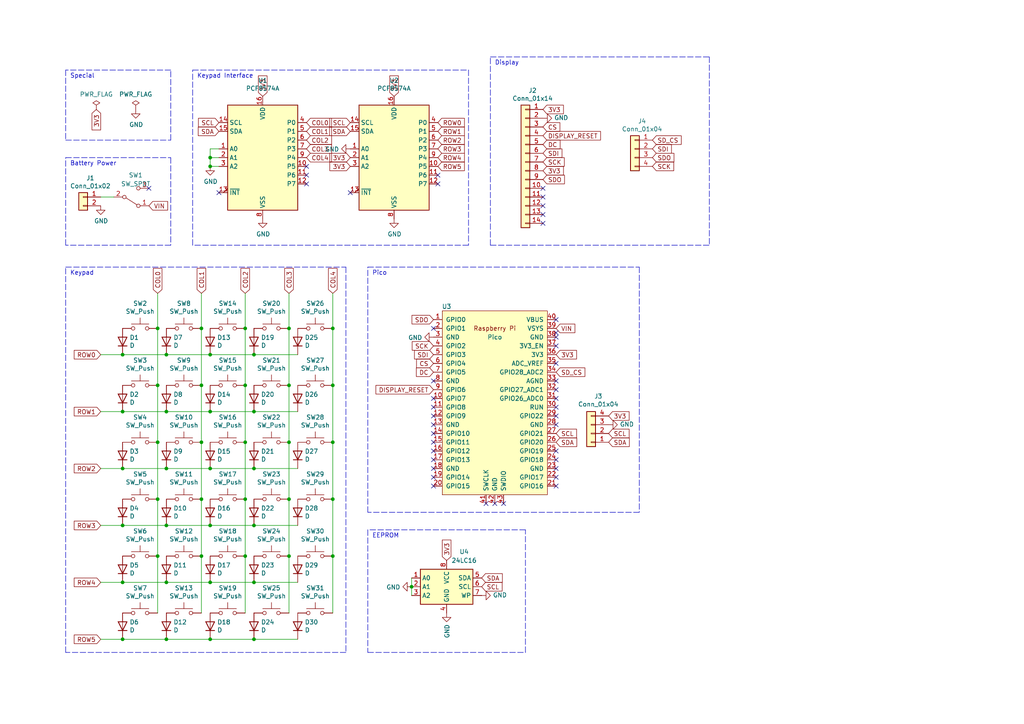
<source format=kicad_sch>
(kicad_sch (version 20210621) (generator eeschema)
  (paper "A4")
  (lib_symbols
    (symbol "Connector_Generic:Conn_01x02" (pin_names (offset 1.016) hide)
      (property "Reference" "J" (at 0 2.54 0))
      (property "Value" "Conn_01x02" (at 0 -5.08 0))
      (symbol "Conn_01x02_1_1"
        (rectangle (start -1.27 -2.413) (end 0 -2.667) (stroke (width 0.1524)))
        (rectangle (start -1.27 0.127) (end 0 -0.127) (stroke (width 0.1524)))
        (rectangle (start -1.27 1.27) (end 1.27 -3.81) (stroke (width 0.254)) (fill (type background)))
        (pin passive line (at -5.08 0 0) (length 3.81) (name "Pin_1") (number "1"))
        (pin passive line (at -5.08 -2.54 0) (length 3.81) (name "Pin_2") (number "2"))
      )
    )
    (symbol "Connector_Generic:Conn_01x04" (pin_names (offset 1.016) hide)
      (property "Reference" "J" (at 0 5.08 0))
      (property "Value" "Conn_01x04" (at 0 -7.62 0))
      (symbol "Conn_01x04_1_1"
        (rectangle (start -1.27 -4.953) (end 0 -5.207) (stroke (width 0.1524)))
        (rectangle (start -1.27 -2.413) (end 0 -2.667) (stroke (width 0.1524)))
        (rectangle (start -1.27 0.127) (end 0 -0.127) (stroke (width 0.1524)))
        (rectangle (start -1.27 2.667) (end 0 2.413) (stroke (width 0.1524)))
        (rectangle (start -1.27 3.81) (end 1.27 -6.35) (stroke (width 0.254)) (fill (type background)))
        (pin passive line (at -5.08 2.54 0) (length 3.81) (name "Pin_1") (number "1"))
        (pin passive line (at -5.08 0 0) (length 3.81) (name "Pin_2") (number "2"))
        (pin passive line (at -5.08 -2.54 0) (length 3.81) (name "Pin_3") (number "3"))
        (pin passive line (at -5.08 -5.08 0) (length 3.81) (name "Pin_4") (number "4"))
      )
    )
    (symbol "Connector_Generic:Conn_01x14" (pin_names (offset 1.016) hide)
      (property "Reference" "J" (at 0 17.78 0))
      (property "Value" "Conn_01x14" (at 0 -20.32 0))
      (symbol "Conn_01x14_1_1"
        (rectangle (start -1.27 -17.653) (end 0 -17.907) (stroke (width 0.1524)))
        (rectangle (start -1.27 -15.113) (end 0 -15.367) (stroke (width 0.1524)))
        (rectangle (start -1.27 -12.573) (end 0 -12.827) (stroke (width 0.1524)))
        (rectangle (start -1.27 -10.033) (end 0 -10.287) (stroke (width 0.1524)))
        (rectangle (start -1.27 -7.493) (end 0 -7.747) (stroke (width 0.1524)))
        (rectangle (start -1.27 -4.953) (end 0 -5.207) (stroke (width 0.1524)))
        (rectangle (start -1.27 -2.413) (end 0 -2.667) (stroke (width 0.1524)))
        (rectangle (start -1.27 0.127) (end 0 -0.127) (stroke (width 0.1524)))
        (rectangle (start -1.27 2.667) (end 0 2.413) (stroke (width 0.1524)))
        (rectangle (start -1.27 5.207) (end 0 4.953) (stroke (width 0.1524)))
        (rectangle (start -1.27 7.747) (end 0 7.493) (stroke (width 0.1524)))
        (rectangle (start -1.27 10.287) (end 0 10.033) (stroke (width 0.1524)))
        (rectangle (start -1.27 12.827) (end 0 12.573) (stroke (width 0.1524)))
        (rectangle (start -1.27 15.367) (end 0 15.113) (stroke (width 0.1524)))
        (rectangle (start -1.27 16.51) (end 1.27 -19.05) (stroke (width 0.254)) (fill (type background)))
        (pin passive line (at -5.08 15.24 0) (length 3.81) (name "Pin_1") (number "1"))
        (pin passive line (at -5.08 -7.62 0) (length 3.81) (name "Pin_10") (number "10"))
        (pin passive line (at -5.08 -10.16 0) (length 3.81) (name "Pin_11") (number "11"))
        (pin passive line (at -5.08 -12.7 0) (length 3.81) (name "Pin_12") (number "12"))
        (pin passive line (at -5.08 -15.24 0) (length 3.81) (name "Pin_13") (number "13"))
        (pin passive line (at -5.08 -17.78 0) (length 3.81) (name "Pin_14") (number "14"))
        (pin passive line (at -5.08 12.7 0) (length 3.81) (name "Pin_2") (number "2"))
        (pin passive line (at -5.08 10.16 0) (length 3.81) (name "Pin_3") (number "3"))
        (pin passive line (at -5.08 7.62 0) (length 3.81) (name "Pin_4") (number "4"))
        (pin passive line (at -5.08 5.08 0) (length 3.81) (name "Pin_5") (number "5"))
        (pin passive line (at -5.08 2.54 0) (length 3.81) (name "Pin_6") (number "6"))
        (pin passive line (at -5.08 0 0) (length 3.81) (name "Pin_7") (number "7"))
        (pin passive line (at -5.08 -2.54 0) (length 3.81) (name "Pin_8") (number "8"))
        (pin passive line (at -5.08 -5.08 0) (length 3.81) (name "Pin_9") (number "9"))
      )
    )
    (symbol "Device:D" (pin_numbers hide) (pin_names (offset 1.016) hide)
      (property "Reference" "D" (at 0 2.54 0))
      (property "Value" "D" (at 0 -2.54 0))
      (symbol "D_0_1"
        (polyline (pts (xy -1.27 1.27) (xy -1.27 -1.27)) (stroke (width 0.254)))
        (polyline (pts (xy 1.27 0) (xy -1.27 0)))
        (polyline (pts (xy 1.27 1.27) (xy 1.27 -1.27) (xy -1.27 0) (xy 1.27 1.27)) (stroke (width 0.254)))
      )
      (symbol "D_1_1"
        (pin passive line (at -3.81 0 0) (length 2.54) (name "K") (number "1"))
        (pin passive line (at 3.81 0 180) (length 2.54) (name "A") (number "2"))
      )
    )
    (symbol "Interface_Expansion:PCF8574A"
      (property "Reference" "U" (at -8.89 16.51 0))
      (property "Value" "PCF8574A" (at 2.54 16.51 0))
      (symbol "PCF8574A_0_1"
        (rectangle (start -10.16 15.24) (end 10.16 -15.24) (stroke (width 0.254)) (fill (type background)))
      )
      (symbol "PCF8574A_1_1"
        (pin input line (at -12.7 2.54 0) (length 2.54) (name "A0") (number "1"))
        (pin bidirectional line (at 12.7 -2.54 180) (length 2.54) (name "P5") (number "10"))
        (pin bidirectional line (at 12.7 -5.08 180) (length 2.54) (name "P6") (number "11"))
        (pin bidirectional line (at 12.7 -7.62 180) (length 2.54) (name "P7") (number "12"))
        (pin open_collector output_low (at -12.7 -10.16 0) (length 2.54) (name "~{INT}") (number "13"))
        (pin input line (at -12.7 10.16 0) (length 2.54) (name "SCL") (number "14"))
        (pin bidirectional line (at -12.7 7.62 0) (length 2.54) (name "SDA") (number "15"))
        (pin power_in line (at 0 17.78 270) (length 2.54) (name "VDD") (number "16"))
        (pin input line (at -12.7 0 0) (length 2.54) (name "A1") (number "2"))
        (pin input line (at -12.7 -2.54 0) (length 2.54) (name "A2") (number "3"))
        (pin bidirectional line (at 12.7 10.16 180) (length 2.54) (name "P0") (number "4"))
        (pin bidirectional line (at 12.7 7.62 180) (length 2.54) (name "P1") (number "5"))
        (pin bidirectional line (at 12.7 5.08 180) (length 2.54) (name "P2") (number "6"))
        (pin bidirectional line (at 12.7 2.54 180) (length 2.54) (name "P3") (number "7"))
        (pin power_in line (at 0 -17.78 90) (length 2.54) (name "VSS") (number "8"))
        (pin bidirectional line (at 12.7 0 180) (length 2.54) (name "P4") (number "9"))
      )
    )
    (symbol "MCU_RaspberryPi_and_Boards:Pico" (pin_names (offset 1.016))
      (property "Reference" "U" (at -13.97 27.94 0))
      (property "Value" "Pico" (at 0 19.05 0))
      (symbol "Pico_0_0"
        (text "Raspberry Pi" (at 0 21.59 0) (effects (font (size 1.27 1.27))))
      )
      (symbol "Pico_0_1"
        (rectangle (start -15.24 26.67) (end 15.24 -26.67) (fill (type background)))
      )
      (symbol "Pico_1_1"
        (pin bidirectional line (at -17.78 24.13 0) (length 2.54) (name "GPIO0") (number "1"))
        (pin bidirectional line (at -17.78 1.27 0) (length 2.54) (name "GPIO7") (number "10"))
        (pin bidirectional line (at -17.78 -1.27 0) (length 2.54) (name "GPIO8") (number "11"))
        (pin bidirectional line (at -17.78 -3.81 0) (length 2.54) (name "GPIO9") (number "12"))
        (pin power_in line (at -17.78 -6.35 0) (length 2.54) (name "GND") (number "13"))
        (pin bidirectional line (at -17.78 -8.89 0) (length 2.54) (name "GPIO10") (number "14"))
        (pin bidirectional line (at -17.78 -11.43 0) (length 2.54) (name "GPIO11") (number "15"))
        (pin bidirectional line (at -17.78 -13.97 0) (length 2.54) (name "GPIO12") (number "16"))
        (pin bidirectional line (at -17.78 -16.51 0) (length 2.54) (name "GPIO13") (number "17"))
        (pin power_in line (at -17.78 -19.05 0) (length 2.54) (name "GND") (number "18"))
        (pin bidirectional line (at -17.78 -21.59 0) (length 2.54) (name "GPIO14") (number "19"))
        (pin bidirectional line (at -17.78 21.59 0) (length 2.54) (name "GPIO1") (number "2"))
        (pin bidirectional line (at -17.78 -24.13 0) (length 2.54) (name "GPIO15") (number "20"))
        (pin bidirectional line (at 17.78 -24.13 180) (length 2.54) (name "GPIO16") (number "21"))
        (pin bidirectional line (at 17.78 -21.59 180) (length 2.54) (name "GPIO17") (number "22"))
        (pin power_in line (at 17.78 -19.05 180) (length 2.54) (name "GND") (number "23"))
        (pin bidirectional line (at 17.78 -16.51 180) (length 2.54) (name "GPIO18") (number "24"))
        (pin bidirectional line (at 17.78 -13.97 180) (length 2.54) (name "GPIO19") (number "25"))
        (pin bidirectional line (at 17.78 -11.43 180) (length 2.54) (name "GPIO20") (number "26"))
        (pin bidirectional line (at 17.78 -8.89 180) (length 2.54) (name "GPIO21") (number "27"))
        (pin power_in line (at 17.78 -6.35 180) (length 2.54) (name "GND") (number "28"))
        (pin bidirectional line (at 17.78 -3.81 180) (length 2.54) (name "GPIO22") (number "29"))
        (pin power_in line (at -17.78 19.05 0) (length 2.54) (name "GND") (number "3"))
        (pin input line (at 17.78 -1.27 180) (length 2.54) (name "RUN") (number "30"))
        (pin bidirectional line (at 17.78 1.27 180) (length 2.54) (name "GPIO26_ADC0") (number "31"))
        (pin bidirectional line (at 17.78 3.81 180) (length 2.54) (name "GPIO27_ADC1") (number "32"))
        (pin power_in line (at 17.78 6.35 180) (length 2.54) (name "AGND") (number "33"))
        (pin bidirectional line (at 17.78 8.89 180) (length 2.54) (name "GPIO28_ADC2") (number "34"))
        (pin unspecified line (at 17.78 11.43 180) (length 2.54) (name "ADC_VREF") (number "35"))
        (pin unspecified line (at 17.78 13.97 180) (length 2.54) (name "3V3") (number "36"))
        (pin input line (at 17.78 16.51 180) (length 2.54) (name "3V3_EN") (number "37"))
        (pin bidirectional line (at 17.78 19.05 180) (length 2.54) (name "GND") (number "38"))
        (pin unspecified line (at 17.78 21.59 180) (length 2.54) (name "VSYS") (number "39"))
        (pin bidirectional line (at -17.78 16.51 0) (length 2.54) (name "GPIO2") (number "4"))
        (pin unspecified line (at 17.78 24.13 180) (length 2.54) (name "VBUS") (number "40"))
        (pin input line (at -2.54 -29.21 90) (length 2.54) (name "SWCLK") (number "41"))
        (pin power_in line (at 0 -29.21 90) (length 2.54) (name "GND") (number "42"))
        (pin bidirectional line (at 2.54 -29.21 90) (length 2.54) (name "SWDIO") (number "43"))
        (pin bidirectional line (at -17.78 13.97 0) (length 2.54) (name "GPIO3") (number "5"))
        (pin bidirectional line (at -17.78 11.43 0) (length 2.54) (name "GPIO4") (number "6"))
        (pin bidirectional line (at -17.78 8.89 0) (length 2.54) (name "GPIO5") (number "7"))
        (pin power_in line (at -17.78 6.35 0) (length 2.54) (name "GND") (number "8"))
        (pin bidirectional line (at -17.78 3.81 0) (length 2.54) (name "GPIO6") (number "9"))
      )
    )
    (symbol "Memory_EEPROM:24LC16"
      (property "Reference" "U" (at -6.35 6.35 0))
      (property "Value" "24LC16" (at 1.27 6.35 0))
      (symbol "24LC16_1_1"
        (rectangle (start -7.62 5.08) (end 7.62 -5.08) (stroke (width 0.254)) (fill (type background)))
        (pin input line (at -10.16 2.54 0) (length 2.54) (name "A0") (number "1"))
        (pin input line (at -10.16 0 0) (length 2.54) (name "A1") (number "2"))
        (pin input line (at -10.16 -2.54 0) (length 2.54) (name "A2") (number "3"))
        (pin power_in line (at 0 -7.62 90) (length 2.54) (name "GND") (number "4"))
        (pin bidirectional line (at 10.16 2.54 180) (length 2.54) (name "SDA") (number "5"))
        (pin input line (at 10.16 0 180) (length 2.54) (name "SCL") (number "6"))
        (pin input line (at 10.16 -2.54 180) (length 2.54) (name "WP") (number "7"))
        (pin power_in line (at 0 7.62 270) (length 2.54) (name "VCC") (number "8"))
      )
    )
    (symbol "Switch:SW_Push" (pin_numbers hide) (pin_names (offset 1.016) hide)
      (property "Reference" "SW" (at 1.27 2.54 0))
      (property "Value" "SW_Push" (at 0 -1.524 0))
      (symbol "SW_Push_0_1"
        (circle (center -2.032 0) (radius 0.508))
        (polyline (pts (xy 0 1.27) (xy 0 3.048)))
        (polyline (pts (xy 2.54 1.27) (xy -2.54 1.27)))
        (circle (center 2.032 0) (radius 0.508))
        (pin passive line (at -5.08 0 0) (length 2.54) (name "1") (number "1"))
        (pin passive line (at 5.08 0 180) (length 2.54) (name "2") (number "2"))
      )
    )
    (symbol "Switch:SW_SPDT" (pin_names (offset 0) hide)
      (property "Reference" "SW" (at 0 4.318 0))
      (property "Value" "SW_SPDT" (at 0 -5.08 0))
      (symbol "SW_SPDT_0_0"
        (circle (center -2.032 0) (radius 0.508))
        (circle (center 2.032 -2.54) (radius 0.508))
      )
      (symbol "SW_SPDT_0_1"
        (polyline (pts (xy -1.524 0.254) (xy 1.651 2.286)))
        (circle (center 2.032 2.54) (radius 0.508))
      )
      (symbol "SW_SPDT_1_1"
        (pin passive line (at 5.08 2.54 180) (length 2.54) (name "A") (number "1"))
        (pin passive line (at -5.08 0 0) (length 2.54) (name "B") (number "2"))
        (pin passive line (at 5.08 -2.54 180) (length 2.54) (name "C") (number "3"))
      )
    )
    (symbol "power:GND" (power) (pin_names (offset 0))
      (property "Value" "GND" (at 0 -3.81 0))
      (symbol "GND_0_1"
        (polyline (pts (xy 0 0) (xy 0 -1.27) (xy 1.27 -1.27) (xy 0 -2.54) (xy -1.27 -1.27) (xy 0 -1.27)))
      )
      (symbol "GND_1_1"
        (pin power_in line (at 0 0 270) (length 0) hide (name "GND") (number "1"))
      )
    )
    (symbol "power:PWR_FLAG" (power) (pin_numbers hide) (pin_names (offset 0) hide)
      (property "Value" "PWR_FLAG" (at 0 3.81 0))
      (symbol "PWR_FLAG_0_0"
        (pin power_out line (at 0 0 90) (length 0) (name "pwr") (number "1"))
      )
      (symbol "PWR_FLAG_0_1"
        (polyline (pts (xy 0 0) (xy 0 1.27) (xy -1.016 1.905) (xy 0 2.54) (xy 1.016 1.905) (xy 0 1.27)))
      )
    )
  )
  (junction (at 35.56 102.87))
  (junction (at 45.72 128.27))
  (junction (at 48.26 168.91))
  (junction (at 73.66 185.42))
  (junction (at 48.26 185.42))
  (junction (at 83.82 111.76))
  (junction (at 45.72 144.78))
  (junction (at 35.56 152.4))
  (junction (at 45.72 111.76))
  (junction (at 35.56 135.89))
  (junction (at 48.26 102.87))
  (junction (at 71.12 95.25))
  (junction (at 45.72 95.25))
  (junction (at 58.42 128.27))
  (junction (at 73.66 152.4))
  (junction (at 60.96 135.89))
  (junction (at 73.66 102.87))
  (junction (at 73.66 168.91))
  (junction (at 58.42 111.76))
  (junction (at 60.96 168.91))
  (junction (at 96.52 95.25))
  (junction (at 58.42 95.25))
  (junction (at 48.26 119.38))
  (junction (at 96.52 144.78))
  (junction (at 45.72 161.29))
  (junction (at 73.66 119.38))
  (junction (at 119.38 170.18))
  (junction (at 83.82 161.29))
  (junction (at 48.26 152.4))
  (junction (at 71.12 128.27))
  (junction (at 96.52 161.29))
  (junction (at 58.42 144.78))
  (junction (at 83.82 95.25))
  (junction (at 60.96 152.4))
  (junction (at 71.12 111.76))
  (junction (at 60.96 185.42))
  (junction (at 58.42 161.29))
  (junction (at 60.96 102.87))
  (junction (at 96.52 111.76))
  (junction (at 96.52 128.27))
  (junction (at 71.12 144.78))
  (junction (at 73.66 135.89))
  (junction (at 71.12 161.29))
  (junction (at 60.96 45.72))
  (junction (at 35.56 185.42))
  (junction (at 60.96 119.38))
  (junction (at 60.96 48.26))
  (junction (at 48.26 135.89))
  (junction (at 83.82 144.78))
  (junction (at 83.82 128.27))
  (junction (at 35.56 168.91))
  (junction (at 35.56 119.38))
  (no_connect (at 161.29 113.03))
  (no_connect (at 161.29 120.65))
  (no_connect (at 125.73 95.25))
  (no_connect (at 157.48 59.69))
  (no_connect (at 88.9 53.34))
  (no_connect (at 161.29 130.81))
  (no_connect (at 125.73 135.89))
  (no_connect (at 161.29 135.89))
  (no_connect (at 88.9 48.26))
  (no_connect (at 161.29 100.33))
  (no_connect (at 125.73 120.65))
  (no_connect (at 157.48 64.77))
  (no_connect (at 125.73 115.57))
  (no_connect (at 88.9 50.8))
  (no_connect (at 157.48 57.15))
  (no_connect (at 140.97 146.05))
  (no_connect (at 63.5 55.88))
  (no_connect (at 161.29 105.41))
  (no_connect (at 143.51 146.05))
  (no_connect (at 101.6 55.88))
  (no_connect (at 125.73 125.73))
  (no_connect (at 125.73 133.35))
  (no_connect (at 127 53.34))
  (no_connect (at 125.73 128.27))
  (no_connect (at 125.73 138.43))
  (no_connect (at 127 50.8))
  (no_connect (at 161.29 140.97))
  (no_connect (at 43.18 54.61))
  (no_connect (at 125.73 110.49))
  (no_connect (at 161.29 110.49))
  (no_connect (at 161.29 115.57))
  (no_connect (at 157.48 62.23))
  (no_connect (at 161.29 138.43))
  (no_connect (at 125.73 118.11))
  (no_connect (at 161.29 92.71))
  (no_connect (at 161.29 123.19))
  (no_connect (at 146.05 146.05))
  (no_connect (at 125.73 140.97))
  (no_connect (at 161.29 96.52))
  (no_connect (at 161.29 133.35))
  (no_connect (at 125.73 130.81))
  (no_connect (at 125.73 123.19))
  (no_connect (at 161.29 118.11))
  (no_connect (at 161.29 97.79))
  (no_connect (at 157.48 54.61))
  (polyline (pts (xy 106.68 77.47) (xy 185.42 77.47)))
  (wire (pts (xy 29.21 168.91) (xy 35.56 168.91)))
  (polyline (pts (xy 142.24 71.12) (xy 142.24 16.51)))
  (polyline (pts (xy 205.74 16.51) (xy 205.74 71.12)))
  (wire (pts (xy 45.72 128.27) (xy 45.72 144.78)))
  (polyline (pts (xy 49.53 45.72) (xy 49.53 71.12)))
  (wire (pts (xy 73.66 168.91) (xy 86.36 168.91)))
  (wire (pts (xy 58.42 95.25) (xy 58.42 111.76)))
  (polyline (pts (xy 19.05 40.64) (xy 49.53 40.64)))
  (polyline (pts (xy 142.24 71.12) (xy 205.74 71.12)))
  (polyline (pts (xy 100.33 77.47) (xy 100.33 189.23)))
  (wire (pts (xy 60.96 152.4) (xy 73.66 152.4)))
  (wire (pts (xy 29.21 102.87) (xy 35.56 102.87)))
  (polyline (pts (xy 185.42 77.47) (xy 185.42 148.59)))
  (polyline (pts (xy 142.24 16.51) (xy 205.74 16.51)))
  (wire (pts (xy 73.66 135.89) (xy 86.36 135.89)))
  (wire (pts (xy 83.82 95.25) (xy 83.82 85.09)))
  (wire (pts (xy 48.26 168.91) (xy 60.96 168.91)))
  (wire (pts (xy 96.52 161.29) (xy 96.52 177.8)))
  (wire (pts (xy 58.42 161.29) (xy 58.42 177.8)))
  (wire (pts (xy 29.21 119.38) (xy 35.56 119.38)))
  (polyline (pts (xy 135.89 71.12) (xy 55.88 71.12)))
  (wire (pts (xy 83.82 177.8) (xy 83.82 161.29)))
  (wire (pts (xy 45.72 144.78) (xy 45.72 161.29)))
  (polyline (pts (xy 100.33 189.23) (xy 19.05 189.23)))
  (wire (pts (xy 96.52 144.78) (xy 96.52 161.29)))
  (polyline (pts (xy 106.68 148.59) (xy 106.68 77.47)))
  (polyline (pts (xy 19.05 45.72) (xy 49.53 45.72)))
  (wire (pts (xy 71.12 161.29) (xy 71.12 177.8)))
  (wire (pts (xy 48.26 119.38) (xy 60.96 119.38)))
  (polyline (pts (xy 19.05 77.47) (xy 100.33 77.47)))
  (wire (pts (xy 60.96 102.87) (xy 73.66 102.87)))
  (wire (pts (xy 73.66 152.4) (xy 86.36 152.4)))
  (wire (pts (xy 71.12 144.78) (xy 71.12 161.29)))
  (wire (pts (xy 60.96 43.18) (xy 60.96 45.72)))
  (wire (pts (xy 63.5 43.18) (xy 60.96 43.18)))
  (polyline (pts (xy 19.05 189.23) (xy 19.05 77.47)))
  (wire (pts (xy 71.12 95.25) (xy 71.12 111.76)))
  (wire (pts (xy 29.21 135.89) (xy 35.56 135.89)))
  (wire (pts (xy 119.38 167.64) (xy 119.38 170.18)))
  (polyline (pts (xy 55.88 20.32) (xy 135.89 20.32)))
  (polyline (pts (xy 106.68 189.23) (xy 152.4 189.23)))
  (wire (pts (xy 83.82 111.76) (xy 83.82 95.25)))
  (wire (pts (xy 45.72 111.76) (xy 45.72 128.27)))
  (wire (pts (xy 48.26 135.89) (xy 60.96 135.89)))
  (wire (pts (xy 48.26 185.42) (xy 60.96 185.42)))
  (wire (pts (xy 35.56 185.42) (xy 48.26 185.42)))
  (wire (pts (xy 71.12 111.76) (xy 71.12 128.27)))
  (wire (pts (xy 63.5 48.26) (xy 60.96 48.26)))
  (wire (pts (xy 35.56 152.4) (xy 48.26 152.4)))
  (wire (pts (xy 35.56 168.91) (xy 48.26 168.91)))
  (polyline (pts (xy 55.88 71.12) (xy 55.88 20.32)))
  (wire (pts (xy 60.96 135.89) (xy 73.66 135.89)))
  (wire (pts (xy 119.38 170.18) (xy 119.38 172.72)))
  (polyline (pts (xy 185.42 148.59) (xy 106.68 148.59)))
  (wire (pts (xy 45.72 95.25) (xy 45.72 111.76)))
  (wire (pts (xy 58.42 111.76) (xy 58.42 128.27)))
  (wire (pts (xy 35.56 119.38) (xy 48.26 119.38)))
  (wire (pts (xy 45.72 161.29) (xy 45.72 177.8)))
  (wire (pts (xy 48.26 152.4) (xy 60.96 152.4)))
  (wire (pts (xy 58.42 144.78) (xy 58.42 161.29)))
  (wire (pts (xy 48.26 102.87) (xy 60.96 102.87)))
  (wire (pts (xy 96.52 85.09) (xy 96.52 95.25)))
  (wire (pts (xy 71.12 85.09) (xy 71.12 95.25)))
  (wire (pts (xy 60.96 119.38) (xy 73.66 119.38)))
  (polyline (pts (xy 106.68 153.67) (xy 106.68 189.23)))
  (wire (pts (xy 73.66 102.87) (xy 86.36 102.87)))
  (wire (pts (xy 29.21 57.15) (xy 33.02 57.15)))
  (polyline (pts (xy 135.89 20.32) (xy 135.89 71.12)))
  (wire (pts (xy 96.52 111.76) (xy 96.52 128.27)))
  (wire (pts (xy 60.96 168.91) (xy 73.66 168.91)))
  (wire (pts (xy 63.5 45.72) (xy 60.96 45.72)))
  (polyline (pts (xy 49.53 71.12) (xy 19.05 71.12)))
  (wire (pts (xy 35.56 135.89) (xy 48.26 135.89)))
  (wire (pts (xy 83.82 144.78) (xy 83.82 128.27)))
  (wire (pts (xy 35.56 102.87) (xy 48.26 102.87)))
  (polyline (pts (xy 19.05 20.32) (xy 19.05 40.64)))
  (wire (pts (xy 60.96 45.72) (xy 60.96 48.26)))
  (polyline (pts (xy 152.4 189.23) (xy 152.4 153.67)))
  (polyline (pts (xy 19.05 71.12) (xy 19.05 45.72)))
  (polyline (pts (xy 49.53 40.64) (xy 49.53 20.32)))
  (wire (pts (xy 58.42 85.09) (xy 58.42 95.25)))
  (polyline (pts (xy 152.4 153.67) (xy 106.68 153.67)))
  (wire (pts (xy 83.82 128.27) (xy 83.82 111.76)))
  (wire (pts (xy 58.42 128.27) (xy 58.42 144.78)))
  (wire (pts (xy 73.66 185.42) (xy 86.36 185.42)))
  (wire (pts (xy 45.72 85.09) (xy 45.72 95.25)))
  (wire (pts (xy 60.96 185.42) (xy 73.66 185.42)))
  (wire (pts (xy 73.66 119.38) (xy 86.36 119.38)))
  (polyline (pts (xy 49.53 20.32) (xy 19.05 20.32)))
  (wire (pts (xy 96.52 95.25) (xy 96.52 111.76)))
  (wire (pts (xy 96.52 128.27) (xy 96.52 144.78)))
  (wire (pts (xy 83.82 161.29) (xy 83.82 144.78)))
  (wire (pts (xy 29.21 185.42) (xy 35.56 185.42)))
  (wire (pts (xy 29.21 152.4) (xy 35.56 152.4)))
  (wire (pts (xy 71.12 128.27) (xy 71.12 144.78)))
  (text "Display" (at 143.51 19.05 0) (effects (font (size 1.27 1.27)) (justify left bottom)))
  (text "Keypad Interface" (at 57.15 22.86 0) (effects (font (size 1.27 1.27)) (justify left bottom)))
  (text "Pico" (at 107.95 80.01 0) (effects (font (size 1.27 1.27)) (justify left bottom)))
  (text "Battery Power" (at 20.32 48.26 0) (effects (font (size 1.27 1.27)) (justify left bottom)))
  (text "Special" (at 20.32 22.86 0) (effects (font (size 1.27 1.27)) (justify left bottom)))
  (text "EEPROM\n" (at 107.95 156.21 0) (effects (font (size 1.27 1.27)) (justify left bottom)))
  (text "Keypad" (at 20.32 80.01 0) (effects (font (size 1.27 1.27)) (justify left bottom)))
  (global_label "SCK" (shape input) (at 157.48 46.99 0) (property "Intersheet References" "${INTERSHEET_REFS}" (effects hide)))
  (global_label "ROW5" (shape input) (at 127 48.26 0) (property "Intersheet References" "${INTERSHEET_REFS}" (effects hide)))
  (global_label "ROW4" (shape input) (at 29.21 168.91 180) (property "Intersheet References" "${INTERSHEET_REFS}" (effects hide)))
  (global_label "SD_CS" (shape input) (at 161.29 107.95 0) (property "Intersheet References" "${INTERSHEET_REFS}" (effects hide)))
  (global_label "3V3" (shape input) (at 157.48 31.75 0) (property "Intersheet References" "${INTERSHEET_REFS}" (effects hide)))
  (global_label "SCL" (shape input) (at 101.6 35.56 180) (property "Intersheet References" "${INTERSHEET_REFS}" (effects hide)))
  (global_label "3V3" (shape input) (at 157.48 49.53 0) (property "Intersheet References" "${INTERSHEET_REFS}" (effects hide)))
  (global_label "CS" (shape input) (at 125.73 105.41 180) (property "Intersheet References" "${INTERSHEET_REFS}" (effects hide)))
  (global_label "SDO" (shape input) (at 125.73 92.71 180) (property "Intersheet References" "${INTERSHEET_REFS}" (effects hide)))
  (global_label "ROW5" (shape input) (at 29.21 185.42 180) (property "Intersheet References" "${INTERSHEET_REFS}" (effects hide)))
  (global_label "3V3" (shape input) (at 101.6 45.72 180) (property "Intersheet References" "${INTERSHEET_REFS}" (effects hide)))
  (global_label "COL3" (shape input) (at 88.9 43.18 0) (property "Intersheet References" "${INTERSHEET_REFS}" (effects hide)))
  (global_label "COL2" (shape input) (at 71.12 85.09 90) (property "Intersheet References" "${INTERSHEET_REFS}" (effects hide)))
  (global_label "SCL" (shape input) (at 161.29 125.73 0) (property "Intersheet References" "${INTERSHEET_REFS}" (effects hide)))
  (global_label "SDI" (shape input) (at 189.23 43.18 0) (property "Intersheet References" "${INTERSHEET_REFS}" (effects hide)))
  (global_label "VIN" (shape input) (at 43.18 59.69 0) (property "Intersheet References" "${INTERSHEET_REFS}" (effects hide)))
  (global_label "3V3" (shape input) (at 27.94 31.75 270) (property "Intersheet References" "${INTERSHEET_REFS}" (effects hide)))
  (global_label "3V3" (shape input) (at 161.29 102.87 0) (property "Intersheet References" "${INTERSHEET_REFS}" (effects hide)))
  (global_label "SDA" (shape input) (at 139.7 167.64 0) (property "Intersheet References" "${INTERSHEET_REFS}" (effects hide)))
  (global_label "SDA" (shape input) (at 161.29 128.27 0) (property "Intersheet References" "${INTERSHEET_REFS}" (effects hide)))
  (global_label "ROW3" (shape input) (at 29.21 152.4 180) (property "Intersheet References" "${INTERSHEET_REFS}" (effects hide)))
  (global_label "VIN" (shape input) (at 161.29 95.25 0) (property "Intersheet References" "${INTERSHEET_REFS}" (effects hide)))
  (global_label "SDO" (shape input) (at 189.23 45.72 0) (property "Intersheet References" "${INTERSHEET_REFS}" (effects hide)))
  (global_label "COL2" (shape input) (at 88.9 40.64 0) (property "Intersheet References" "${INTERSHEET_REFS}" (effects hide)))
  (global_label "SDO" (shape input) (at 157.48 52.07 0) (property "Intersheet References" "${INTERSHEET_REFS}" (effects hide)))
  (global_label "DISPLAY_RESET" (shape input) (at 125.73 113.03 180) (property "Intersheet References" "${INTERSHEET_REFS}" (effects hide)))
  (global_label "SDI" (shape input) (at 157.48 44.45 0) (property "Intersheet References" "${INTERSHEET_REFS}" (effects hide)))
  (global_label "ROW0" (shape input) (at 29.21 102.87 180) (property "Intersheet References" "${INTERSHEET_REFS}" (effects hide)))
  (global_label "CS" (shape input) (at 157.48 36.83 0) (property "Intersheet References" "${INTERSHEET_REFS}" (effects hide)))
  (global_label "COL1" (shape input) (at 88.9 38.1 0) (property "Intersheet References" "${INTERSHEET_REFS}" (effects hide)))
  (global_label "COL3" (shape input) (at 83.82 85.09 90) (property "Intersheet References" "${INTERSHEET_REFS}" (effects hide)))
  (global_label "COL1" (shape input) (at 58.42 85.09 90) (property "Intersheet References" "${INTERSHEET_REFS}" (effects hide)))
  (global_label "3V3" (shape input) (at 129.54 162.56 90) (property "Intersheet References" "${INTERSHEET_REFS}" (effects hide)))
  (global_label "SDI" (shape input) (at 125.73 102.87 180) (property "Intersheet References" "${INTERSHEET_REFS}" (effects hide)))
  (global_label "SCK" (shape input) (at 189.23 48.26 0) (property "Intersheet References" "${INTERSHEET_REFS}" (effects hide)))
  (global_label "SCL" (shape input) (at 176.53 125.73 0) (property "Intersheet References" "${INTERSHEET_REFS}" (effects hide)))
  (global_label "DC" (shape input) (at 125.73 107.95 180) (property "Intersheet References" "${INTERSHEET_REFS}" (effects hide)))
  (global_label "COL0" (shape input) (at 45.72 85.09 90) (property "Intersheet References" "${INTERSHEET_REFS}" (effects hide)))
  (global_label "3V3" (shape input) (at 114.3 27.94 90) (property "Intersheet References" "${INTERSHEET_REFS}" (effects hide)))
  (global_label "ROW1" (shape input) (at 127 38.1 0) (property "Intersheet References" "${INTERSHEET_REFS}" (effects hide)))
  (global_label "DC" (shape input) (at 157.48 41.91 0) (property "Intersheet References" "${INTERSHEET_REFS}" (effects hide)))
  (global_label "3V3" (shape input) (at 101.6 48.26 180) (property "Intersheet References" "${INTERSHEET_REFS}" (effects hide)))
  (global_label "ROW3" (shape input) (at 127 43.18 0) (property "Intersheet References" "${INTERSHEET_REFS}" (effects hide)))
  (global_label "ROW4" (shape input) (at 127 45.72 0) (property "Intersheet References" "${INTERSHEET_REFS}" (effects hide)))
  (global_label "SDA" (shape input) (at 176.53 128.27 0) (property "Intersheet References" "${INTERSHEET_REFS}" (effects hide)))
  (global_label "COL4" (shape input) (at 88.9 45.72 0) (property "Intersheet References" "${INTERSHEET_REFS}" (effects hide)))
  (global_label "SCL" (shape input) (at 139.7 170.18 0) (property "Intersheet References" "${INTERSHEET_REFS}" (effects hide)))
  (global_label "COL4" (shape input) (at 96.52 85.09 90) (property "Intersheet References" "${INTERSHEET_REFS}" (effects hide)))
  (global_label "SDA" (shape input) (at 101.6 38.1 180) (property "Intersheet References" "${INTERSHEET_REFS}" (effects hide)))
  (global_label "SD_CS" (shape input) (at 189.23 40.64 0) (property "Intersheet References" "${INTERSHEET_REFS}" (effects hide)))
  (global_label "ROW2" (shape input) (at 127 40.64 0) (property "Intersheet References" "${INTERSHEET_REFS}" (effects hide)))
  (global_label "COL0" (shape input) (at 88.9 35.56 0) (property "Intersheet References" "${INTERSHEET_REFS}" (effects hide)))
  (global_label "3V3" (shape input) (at 176.53 120.65 0) (property "Intersheet References" "${INTERSHEET_REFS}" (effects hide)))
  (global_label "3V3" (shape input) (at 76.2 27.94 90) (property "Intersheet References" "${INTERSHEET_REFS}" (effects hide)))
  (global_label "SCK" (shape input) (at 125.73 100.33 180) (property "Intersheet References" "${INTERSHEET_REFS}" (effects hide)))
  (global_label "SDA" (shape input) (at 63.5 38.1 180) (property "Intersheet References" "${INTERSHEET_REFS}" (effects hide)))
  (global_label "SCL" (shape input) (at 63.5 35.56 180) (property "Intersheet References" "${INTERSHEET_REFS}" (effects hide)))
  (global_label "DISPLAY_RESET" (shape input) (at 157.48 39.37 0) (property "Intersheet References" "${INTERSHEET_REFS}" (effects hide)))
  (global_label "ROW2" (shape input) (at 29.21 135.89 180) (property "Intersheet References" "${INTERSHEET_REFS}" (effects hide)))
  (global_label "ROW1" (shape input) (at 29.21 119.38 180) (property "Intersheet References" "${INTERSHEET_REFS}" (effects hide)))
  (global_label "ROW0" (shape input) (at 127 35.56 0) (property "Intersheet References" "${INTERSHEET_REFS}" (effects hide)))
  (symbol (lib_id "MCU_RaspberryPi_and_Boards:Pico") (at 143.51 116.84 0) (unit 1)
    (property "Reference" "U3" (at 129.54 88.9 0))
    (property "Value" "Pico" (at 143.51 97.79 0))
    (property "Footprint" "RPi_Pico:RPi_Pico_SMD_TH" (effects hide))
  )
  (symbol (lib_id "power:GND") (at 125.73 97.79 270) (unit 1)
    (property "Reference" "#PWR0104" (effects hide))
    (property "Value" "GND" (at 122.4788 97.917 90) (effects (justify right)))
  )
  (symbol (lib_id "Connector_Generic:Conn_01x02") (at 24.13 57.15 0) (mirror y) (unit 1)
    (property "Reference" "J1" (at 26.2128 51.6382 0))
    (property "Value" "Conn_01x02" (at 26.2128 53.9496 0))
    (property "Footprint" "Connector_JST:JST_PH_S2B-PH-K_1x02_P2.00mm_Horizontal" (effects hide))
  )
  (symbol (lib_id "Switch:SW_SPDT") (at 38.1 57.15 0) (mirror x) (unit 1)
    (property "Reference" "SW1" (at 39.37 50.8 0))
    (property "Value" "SW_SPDT" (at 39.37 53.34 0))
    (property "Footprint" "Button_Switch_SMD:SW_SPDT_CK-JS102011SAQN" (effects hide))
  )
  (symbol (lib_id "power:GND") (at 29.21 59.69 0) (unit 1)
    (property "Reference" "#PWR0114" (effects hide))
    (property "Value" "GND" (at 29.337 64.0842 0))
  )
  (symbol (lib_id "Switch:SW_Push") (at 40.64 95.25 0) (unit 1)
    (property "Reference" "SW2" (at 40.64 88.011 0))
    (property "Value" "SW_Push" (at 40.64 90.3224 0))
    (property "Footprint" "PTS636SL43LFS:PTS636SL43LFS" (effects hide))
  )
  (symbol (lib_id "Device:D") (at 35.56 99.06 90) (unit 1)
    (property "Reference" "D1" (at 37.592 97.8916 90) (effects (justify right)))
    (property "Value" "D" (at 37.592 100.203 90) (effects (justify right)))
    (property "Footprint" "Diode_SMD:D_SOD-123" (effects hide))
  )
  (symbol (lib_id "Switch:SW_Push") (at 53.34 95.25 0) (unit 1)
    (property "Reference" "SW8" (at 53.34 88.011 0))
    (property "Value" "SW_Push" (at 53.34 90.3224 0))
    (property "Footprint" "PTS636SL43LFS:PTS636SL43LFS" (effects hide))
  )
  (symbol (lib_id "Device:D") (at 48.26 99.06 90) (unit 1)
    (property "Reference" "D7" (at 50.292 97.8916 90) (effects (justify right)))
    (property "Value" "D" (at 50.292 100.203 90) (effects (justify right)))
    (property "Footprint" "Diode_SMD:D_SOD-123" (effects hide))
  )
  (symbol (lib_id "Switch:SW_Push") (at 66.04 95.25 0) (unit 1)
    (property "Reference" "SW14" (at 66.04 88.011 0))
    (property "Value" "SW_Push" (at 66.04 90.3224 0))
    (property "Footprint" "PTS636SL43LFS:PTS636SL43LFS" (effects hide))
  )
  (symbol (lib_id "Device:D") (at 60.96 99.06 90) (unit 1)
    (property "Reference" "D13" (at 62.992 97.8916 90) (effects (justify right)))
    (property "Value" "D" (at 62.992 100.203 90) (effects (justify right)))
    (property "Footprint" "Diode_SMD:D_SOD-123" (effects hide))
  )
  (symbol (lib_id "Switch:SW_Push") (at 78.74 95.25 0) (unit 1)
    (property "Reference" "SW20" (at 78.74 88.011 0))
    (property "Value" "SW_Push" (at 78.74 90.3224 0))
    (property "Footprint" "PTS636SL43LFS:PTS636SL43LFS" (effects hide))
  )
  (symbol (lib_id "Device:D") (at 73.66 99.06 90) (unit 1)
    (property "Reference" "D19" (at 75.692 97.8916 90) (effects (justify right)))
    (property "Value" "D" (at 75.692 100.203 90) (effects (justify right)))
    (property "Footprint" "Diode_SMD:D_SOD-123" (effects hide))
  )
  (symbol (lib_id "Switch:SW_Push") (at 91.44 95.25 0) (unit 1)
    (property "Reference" "SW26" (at 91.44 88.011 0))
    (property "Value" "SW_Push" (at 91.44 90.3224 0))
    (property "Footprint" "PTS636SL43LFS:PTS636SL43LFS" (effects hide))
  )
  (symbol (lib_id "Device:D") (at 86.36 99.06 90) (unit 1)
    (property "Reference" "D25" (at 88.392 97.8916 90) (effects (justify right)))
    (property "Value" "D" (at 88.392 100.203 90) (effects (justify right)))
    (property "Footprint" "Diode_SMD:D_SOD-123" (effects hide))
  )
  (symbol (lib_id "Switch:SW_Push") (at 40.64 111.76 0) (unit 1)
    (property "Reference" "SW3" (at 40.64 104.521 0))
    (property "Value" "SW_Push" (at 40.64 106.8324 0))
    (property "Footprint" "PTS636SL43LFS:PTS636SL43LFS" (effects hide))
  )
  (symbol (lib_id "Device:D") (at 35.56 115.57 90) (unit 1)
    (property "Reference" "D2" (at 37.592 114.4016 90) (effects (justify right)))
    (property "Value" "D" (at 37.592 116.713 90) (effects (justify right)))
    (property "Footprint" "Diode_SMD:D_SOD-123" (effects hide))
  )
  (symbol (lib_id "Switch:SW_Push") (at 53.34 111.76 0) (unit 1)
    (property "Reference" "SW9" (at 53.34 104.521 0))
    (property "Value" "SW_Push" (at 53.34 106.8324 0))
    (property "Footprint" "PTS636SL43LFS:PTS636SL43LFS" (effects hide))
  )
  (symbol (lib_id "Device:D") (at 48.26 115.57 90) (unit 1)
    (property "Reference" "D8" (at 50.292 114.4016 90) (effects (justify right)))
    (property "Value" "D" (at 50.292 116.713 90) (effects (justify right)))
    (property "Footprint" "Diode_SMD:D_SOD-123" (effects hide))
  )
  (symbol (lib_id "Switch:SW_Push") (at 66.04 111.76 0) (unit 1)
    (property "Reference" "SW15" (at 66.04 104.521 0))
    (property "Value" "SW_Push" (at 66.04 106.8324 0))
    (property "Footprint" "PTS636SL43LFS:PTS636SL43LFS" (effects hide))
  )
  (symbol (lib_id "Device:D") (at 60.96 115.57 90) (unit 1)
    (property "Reference" "D14" (at 62.992 114.4016 90) (effects (justify right)))
    (property "Value" "D" (at 62.992 116.713 90) (effects (justify right)))
    (property "Footprint" "Diode_SMD:D_SOD-123" (effects hide))
  )
  (symbol (lib_id "Switch:SW_Push") (at 78.74 111.76 0) (unit 1)
    (property "Reference" "SW21" (at 78.74 104.521 0))
    (property "Value" "SW_Push" (at 78.74 106.8324 0))
    (property "Footprint" "PTS636SL43LFS:PTS636SL43LFS" (effects hide))
  )
  (symbol (lib_id "Device:D") (at 73.66 115.57 90) (unit 1)
    (property "Reference" "D20" (at 75.692 114.4016 90) (effects (justify right)))
    (property "Value" "D" (at 75.692 116.713 90) (effects (justify right)))
    (property "Footprint" "Diode_SMD:D_SOD-123" (effects hide))
  )
  (symbol (lib_id "Switch:SW_Push") (at 91.44 111.76 0) (unit 1)
    (property "Reference" "SW27" (at 91.44 104.521 0))
    (property "Value" "SW_Push" (at 91.44 106.8324 0))
    (property "Footprint" "PTS636SL43LFS:PTS636SL43LFS" (effects hide))
  )
  (symbol (lib_id "Device:D") (at 86.36 115.57 90) (unit 1)
    (property "Reference" "D26" (at 88.392 114.4016 90) (effects (justify right)))
    (property "Value" "D" (at 88.392 116.713 90) (effects (justify right)))
    (property "Footprint" "Diode_SMD:D_SOD-123" (effects hide))
  )
  (symbol (lib_id "Switch:SW_Push") (at 40.64 128.27 0) (unit 1)
    (property "Reference" "SW4" (at 40.64 121.031 0))
    (property "Value" "SW_Push" (at 40.64 123.3424 0))
    (property "Footprint" "PTS636SL43LFS:PTS636SL43LFS" (effects hide))
  )
  (symbol (lib_id "Device:D") (at 35.56 132.08 90) (unit 1)
    (property "Reference" "D3" (at 37.592 130.9116 90) (effects (justify right)))
    (property "Value" "D" (at 37.592 133.223 90) (effects (justify right)))
    (property "Footprint" "Diode_SMD:D_SOD-123" (effects hide))
  )
  (symbol (lib_id "Switch:SW_Push") (at 53.34 128.27 0) (unit 1)
    (property "Reference" "SW10" (at 53.34 121.031 0))
    (property "Value" "SW_Push" (at 53.34 123.3424 0))
    (property "Footprint" "PTS636SL43LFS:PTS636SL43LFS" (effects hide))
  )
  (symbol (lib_id "Device:D") (at 48.26 132.08 90) (unit 1)
    (property "Reference" "D9" (at 50.292 130.9116 90) (effects (justify right)))
    (property "Value" "D" (at 50.292 133.223 90) (effects (justify right)))
    (property "Footprint" "Diode_SMD:D_SOD-123" (effects hide))
  )
  (symbol (lib_id "Switch:SW_Push") (at 66.04 128.27 0) (unit 1)
    (property "Reference" "SW16" (at 66.04 121.031 0))
    (property "Value" "SW_Push" (at 66.04 123.3424 0))
    (property "Footprint" "PTS636SL43LFS:PTS636SL43LFS" (effects hide))
  )
  (symbol (lib_id "Device:D") (at 60.96 132.08 90) (unit 1)
    (property "Reference" "D15" (at 62.992 130.9116 90) (effects (justify right)))
    (property "Value" "D" (at 62.992 133.223 90) (effects (justify right)))
    (property "Footprint" "Diode_SMD:D_SOD-123" (effects hide))
  )
  (symbol (lib_id "Switch:SW_Push") (at 78.74 128.27 0) (unit 1)
    (property "Reference" "SW22" (at 78.74 121.031 0))
    (property "Value" "SW_Push" (at 78.74 123.3424 0))
    (property "Footprint" "PTS636SL43LFS:PTS636SL43LFS" (effects hide))
  )
  (symbol (lib_id "Device:D") (at 73.66 132.08 90) (unit 1)
    (property "Reference" "D21" (at 75.692 130.9116 90) (effects (justify right)))
    (property "Value" "D" (at 75.692 133.223 90) (effects (justify right)))
    (property "Footprint" "Diode_SMD:D_SOD-123" (effects hide))
  )
  (symbol (lib_id "Switch:SW_Push") (at 91.44 128.27 0) (unit 1)
    (property "Reference" "SW28" (at 91.44 121.031 0))
    (property "Value" "SW_Push" (at 91.44 123.3424 0))
    (property "Footprint" "PTS636SL43LFS:PTS636SL43LFS" (effects hide))
  )
  (symbol (lib_id "Device:D") (at 86.36 132.08 90) (unit 1)
    (property "Reference" "D27" (at 88.392 130.9116 90) (effects (justify right)))
    (property "Value" "D" (at 88.392 133.223 90) (effects (justify right)))
    (property "Footprint" "Diode_SMD:D_SOD-123" (effects hide))
  )
  (symbol (lib_id "Switch:SW_Push") (at 40.64 144.78 0) (unit 1)
    (property "Reference" "SW5" (at 40.64 137.541 0))
    (property "Value" "SW_Push" (at 40.64 139.8524 0))
    (property "Footprint" "PTS636SL43LFS:PTS636SL43LFS" (effects hide))
  )
  (symbol (lib_id "Device:D") (at 35.56 148.59 90) (unit 1)
    (property "Reference" "D4" (at 37.592 147.4216 90) (effects (justify right)))
    (property "Value" "D" (at 37.592 149.733 90) (effects (justify right)))
    (property "Footprint" "Diode_SMD:D_SOD-123" (effects hide))
  )
  (symbol (lib_id "Switch:SW_Push") (at 53.34 144.78 0) (unit 1)
    (property "Reference" "SW11" (at 53.34 137.541 0))
    (property "Value" "SW_Push" (at 53.34 139.8524 0))
    (property "Footprint" "PTS636SL43LFS:PTS636SL43LFS" (effects hide))
  )
  (symbol (lib_id "Device:D") (at 48.26 148.59 90) (unit 1)
    (property "Reference" "D10" (at 50.292 147.4216 90) (effects (justify right)))
    (property "Value" "D" (at 50.292 149.733 90) (effects (justify right)))
    (property "Footprint" "Diode_SMD:D_SOD-123" (effects hide))
  )
  (symbol (lib_id "Switch:SW_Push") (at 66.04 144.78 0) (unit 1)
    (property "Reference" "SW17" (at 66.04 137.541 0))
    (property "Value" "SW_Push" (at 66.04 139.8524 0))
    (property "Footprint" "PTS636SL43LFS:PTS636SL43LFS" (effects hide))
  )
  (symbol (lib_id "Device:D") (at 60.96 148.59 90) (unit 1)
    (property "Reference" "D16" (at 62.992 147.4216 90) (effects (justify right)))
    (property "Value" "D" (at 62.992 149.733 90) (effects (justify right)))
    (property "Footprint" "Diode_SMD:D_SOD-123" (effects hide))
  )
  (symbol (lib_id "Switch:SW_Push") (at 78.74 144.78 0) (unit 1)
    (property "Reference" "SW23" (at 78.74 137.541 0))
    (property "Value" "SW_Push" (at 78.74 139.8524 0))
    (property "Footprint" "PTS636SL43LFS:PTS636SL43LFS" (effects hide))
  )
  (symbol (lib_id "Device:D") (at 73.66 148.59 90) (unit 1)
    (property "Reference" "D22" (at 75.692 147.4216 90) (effects (justify right)))
    (property "Value" "D" (at 75.692 149.733 90) (effects (justify right)))
    (property "Footprint" "Diode_SMD:D_SOD-123" (effects hide))
  )
  (symbol (lib_id "Switch:SW_Push") (at 91.44 144.78 0) (unit 1)
    (property "Reference" "SW29" (at 91.44 137.541 0))
    (property "Value" "SW_Push" (at 91.44 139.8524 0))
    (property "Footprint" "PTS636SL43LFS:PTS636SL43LFS" (effects hide))
  )
  (symbol (lib_id "Device:D") (at 86.36 148.59 90) (unit 1)
    (property "Reference" "D28" (at 88.392 147.4216 90) (effects (justify right)))
    (property "Value" "D" (at 88.392 149.733 90) (effects (justify right)))
    (property "Footprint" "Diode_SMD:D_SOD-123" (effects hide))
  )
  (symbol (lib_id "Switch:SW_Push") (at 40.64 161.29 0) (unit 1)
    (property "Reference" "SW6" (at 40.64 154.051 0))
    (property "Value" "SW_Push" (at 40.64 156.3624 0))
    (property "Footprint" "PTS636SL43LFS:PTS636SL43LFS" (effects hide))
  )
  (symbol (lib_id "Device:D") (at 35.56 165.1 90) (unit 1)
    (property "Reference" "D5" (at 37.592 163.9316 90) (effects (justify right)))
    (property "Value" "D" (at 37.592 166.243 90) (effects (justify right)))
    (property "Footprint" "Diode_SMD:D_SOD-123" (effects hide))
  )
  (symbol (lib_id "Switch:SW_Push") (at 53.34 161.29 0) (unit 1)
    (property "Reference" "SW12" (at 53.34 154.051 0))
    (property "Value" "SW_Push" (at 53.34 156.3624 0))
    (property "Footprint" "PTS636SL43LFS:PTS636SL43LFS" (effects hide))
  )
  (symbol (lib_id "Device:D") (at 48.26 165.1 90) (unit 1)
    (property "Reference" "D11" (at 50.292 163.9316 90) (effects (justify right)))
    (property "Value" "D" (at 50.292 166.243 90) (effects (justify right)))
    (property "Footprint" "Diode_SMD:D_SOD-123" (effects hide))
  )
  (symbol (lib_id "Switch:SW_Push") (at 66.04 161.29 0) (unit 1)
    (property "Reference" "SW18" (at 66.04 154.051 0))
    (property "Value" "SW_Push" (at 66.04 156.3624 0))
    (property "Footprint" "PTS636SL43LFS:PTS636SL43LFS" (effects hide))
  )
  (symbol (lib_id "Device:D") (at 60.96 165.1 90) (unit 1)
    (property "Reference" "D17" (at 62.992 163.9316 90) (effects (justify right)))
    (property "Value" "D" (at 62.992 166.243 90) (effects (justify right)))
    (property "Footprint" "Diode_SMD:D_SOD-123" (effects hide))
  )
  (symbol (lib_id "Switch:SW_Push") (at 78.74 161.29 0) (unit 1)
    (property "Reference" "SW24" (at 78.74 154.051 0))
    (property "Value" "SW_Push" (at 78.74 156.3624 0))
    (property "Footprint" "PTS636SL43LFS:PTS636SL43LFS" (effects hide))
  )
  (symbol (lib_id "Device:D") (at 73.66 165.1 90) (unit 1)
    (property "Reference" "D23" (at 75.692 163.9316 90) (effects (justify right)))
    (property "Value" "D" (at 75.692 166.243 90) (effects (justify right)))
    (property "Footprint" "Diode_SMD:D_SOD-123" (effects hide))
  )
  (symbol (lib_id "Switch:SW_Push") (at 91.44 161.29 0) (unit 1)
    (property "Reference" "SW30" (at 91.44 154.051 0))
    (property "Value" "SW_Push" (at 91.44 156.3624 0))
    (property "Footprint" "PTS636SL43LFS:PTS636SL43LFS" (effects hide))
  )
  (symbol (lib_id "Device:D") (at 86.36 165.1 90) (unit 1)
    (property "Reference" "D29" (at 88.392 163.9316 90) (effects (justify right)))
    (property "Value" "D" (at 88.392 166.243 90) (effects (justify right)))
    (property "Footprint" "Diode_SMD:D_SOD-123" (effects hide))
  )
  (symbol (lib_id "Switch:SW_Push") (at 40.64 177.8 0) (unit 1)
    (property "Reference" "SW7" (at 40.64 170.561 0))
    (property "Value" "SW_Push" (at 40.64 172.8724 0))
    (property "Footprint" "PTS636SL43LFS:PTS636SL43LFS" (effects hide))
  )
  (symbol (lib_id "Device:D") (at 35.56 181.61 90) (unit 1)
    (property "Reference" "D6" (at 37.592 180.4416 90) (effects (justify right)))
    (property "Value" "D" (at 37.592 182.753 90) (effects (justify right)))
    (property "Footprint" "Diode_SMD:D_SOD-123" (effects hide))
  )
  (symbol (lib_id "Switch:SW_Push") (at 53.34 177.8 0) (unit 1)
    (property "Reference" "SW13" (at 53.34 170.561 0))
    (property "Value" "SW_Push" (at 53.34 172.8724 0))
    (property "Footprint" "PTS636SL43LFS:PTS636SL43LFS" (effects hide))
  )
  (symbol (lib_id "Device:D") (at 48.26 181.61 90) (unit 1)
    (property "Reference" "D12" (at 50.292 180.4416 90) (effects (justify right)))
    (property "Value" "D" (at 50.292 182.753 90) (effects (justify right)))
    (property "Footprint" "Diode_SMD:D_SOD-123" (effects hide))
  )
  (symbol (lib_id "Switch:SW_Push") (at 66.04 177.8 0) (unit 1)
    (property "Reference" "SW19" (at 66.04 170.561 0))
    (property "Value" "SW_Push" (at 66.04 172.8724 0))
    (property "Footprint" "PTS636SL43LFS:PTS636SL43LFS" (effects hide))
  )
  (symbol (lib_id "Device:D") (at 60.96 181.61 90) (unit 1)
    (property "Reference" "D18" (at 62.992 180.4416 90) (effects (justify right)))
    (property "Value" "D" (at 62.992 182.753 90) (effects (justify right)))
    (property "Footprint" "Diode_SMD:D_SOD-123" (effects hide))
  )
  (symbol (lib_id "Switch:SW_Push") (at 78.74 177.8 0) (unit 1)
    (property "Reference" "SW25" (at 78.74 170.561 0))
    (property "Value" "SW_Push" (at 78.74 172.8724 0))
    (property "Footprint" "PTS636SL43LFS:PTS636SL43LFS" (effects hide))
  )
  (symbol (lib_id "Device:D") (at 73.66 181.61 90) (unit 1)
    (property "Reference" "D24" (at 75.692 180.4416 90) (effects (justify right)))
    (property "Value" "D" (at 75.692 182.753 90) (effects (justify right)))
    (property "Footprint" "Diode_SMD:D_SOD-123" (effects hide))
  )
  (symbol (lib_id "Switch:SW_Push") (at 91.44 177.8 0) (unit 1)
    (property "Reference" "SW31" (at 91.44 170.561 0))
    (property "Value" "SW_Push" (at 91.44 172.8724 0))
    (property "Footprint" "PTS636SL43LFS:PTS636SL43LFS" (effects hide))
  )
  (symbol (lib_id "Device:D") (at 86.36 181.61 90) (unit 1)
    (property "Reference" "D30" (at 88.392 180.4416 90) (effects (justify right)))
    (property "Value" "D" (at 88.392 182.753 90) (effects (justify right)))
    (property "Footprint" "Diode_SMD:D_SOD-123" (effects hide))
  )
  (symbol (lib_id "Interface_Expansion:PCF8574A") (at 76.2 45.72 0) (unit 1)
    (property "Reference" "U1" (at 76.2 23.3426 0))
    (property "Value" "PCF8574A" (at 76.2 25.654 0))
    (property "Footprint" "Package_SO:SOIC-16W_7.5x10.3mm_P1.27mm" (effects hide))
    (property "Datasheet" "http://www.nxp.com/documents/data_sheet/PCF8574_PCF8574A.pdf" (effects hide))
  )
  (symbol (lib_id "power:GND") (at 76.2 63.5 0) (unit 1)
    (property "Reference" "#PWR0113" (effects hide))
    (property "Value" "GND" (at 76.327 67.8942 0))
  )
  (symbol (lib_id "power:GND") (at 60.96 48.26 0) (unit 1)
    (property "Reference" "#PWR0112" (effects hide))
    (property "Value" "GND" (at 61.087 52.6542 0))
  )
  (symbol (lib_id "Interface_Expansion:PCF8574A") (at 114.3 45.72 0) (unit 1)
    (property "Reference" "U2" (at 114.3 23.3426 0))
    (property "Value" "PCF8574A" (at 114.3 25.654 0))
    (property "Footprint" "Package_SO:SOIC-16W_7.5x10.3mm_P1.27mm" (effects hide))
    (property "Datasheet" "http://www.nxp.com/documents/data_sheet/PCF8574_PCF8574A.pdf" (effects hide))
  )
  (symbol (lib_id "power:GND") (at 114.3 63.5 0) (unit 1)
    (property "Reference" "#PWR0111" (effects hide))
    (property "Value" "GND" (at 114.427 67.8942 0))
  )
  (symbol (lib_id "power:GND") (at 101.6 43.18 270) (unit 1)
    (property "Reference" "#PWR0110" (effects hide))
    (property "Value" "GND" (at 98.3488 43.307 90) (effects (justify right)))
  )
  (symbol (lib_id "Connector_Generic:Conn_01x14") (at 152.4 46.99 0) (mirror y) (unit 1)
    (property "Reference" "J2" (at 154.4828 26.2382 0))
    (property "Value" "Conn_01x14" (at 154.4828 28.5496 0))
    (property "Footprint" "Connector_PinHeader_2.54mm:PinHeader_1x14_P2.54mm_Vertical" (effects hide))
  )
  (symbol (lib_id "power:GND") (at 157.48 34.29 90) (unit 1)
    (property "Reference" "#PWR0109" (effects hide))
    (property "Value" "GND" (at 160.7312 34.163 90) (effects (justify right)))
  )
  (symbol (lib_id "Connector_Generic:Conn_01x04") (at 184.15 43.18 0) (mirror y) (unit 1)
    (property "Reference" "J4" (at 186.2328 35.1282 0))
    (property "Value" "Conn_01x04" (at 186.2328 37.4396 0))
    (property "Footprint" "Connector_PinHeader_2.54mm:PinHeader_1x04_P2.54mm_Vertical" (effects hide))
  )
  (symbol (lib_id "Memory_EEPROM:24LC16") (at 129.54 170.18 0) (unit 1)
    (property "Reference" "U4" (at 134.62 160.02 0))
    (property "Value" "24LC16" (at 134.62 162.56 0))
    (property "Footprint" "Package_SO:SOIC-8_3.9x4.9mm_P1.27mm" (effects hide))
    (property "Datasheet" "http://ww1.microchip.com/downloads/en/DeviceDoc/21703d.pdf" (effects hide))
  )
  (symbol (lib_id "power:GND") (at 119.38 170.18 270) (unit 1)
    (property "Reference" "#PWR01" (effects hide))
    (property "Value" "GND" (at 116.1288 170.307 90) (effects (justify right)))
  )
  (symbol (lib_id "power:GND") (at 129.54 177.8 0) (unit 1)
    (property "Reference" "#PWR02" (effects hide))
    (property "Value" "GND" (at 129.667 181.0512 90) (effects (justify right)))
  )
  (symbol (lib_id "power:GND") (at 139.7 172.72 90) (unit 1)
    (property "Reference" "#PWR03" (effects hide))
    (property "Value" "GND" (at 142.9512 172.593 90) (effects (justify right)))
  )
  (symbol (lib_id "power:PWR_FLAG") (at 39.37 31.75 0) (unit 1)
    (property "Reference" "#FLG0101" (effects hide))
    (property "Value" "PWR_FLAG" (at 39.37 27.3558 0))
  )
  (symbol (lib_id "power:GND") (at 39.37 31.75 0) (unit 1)
    (property "Reference" "#PWR0116" (effects hide))
    (property "Value" "GND" (at 39.497 36.1442 0))
  )
  (symbol (lib_id "power:PWR_FLAG") (at 27.94 31.75 0) (unit 1)
    (property "Reference" "#FLG0102" (effects hide))
    (property "Value" "PWR_FLAG" (at 27.94 27.3558 0))
  )
  (symbol (lib_id "power:GND") (at 176.53 123.19 90) (unit 1)
    (property "Reference" "#PWR0101" (effects hide))
    (property "Value" "GND" (at 179.7812 123.063 90) (effects (justify right)))
  )
  (symbol (lib_id "Connector_Generic:Conn_01x04") (at 171.45 125.73 180) (unit 1)
    (property "Reference" "J3" (at 173.5328 114.935 0))
    (property "Value" "Conn_01x04" (at 173.5328 117.2464 0))
    (property "Footprint" "Connector_PinHeader_2.54mm:PinHeader_1x04_P2.54mm_Vertical" (effects hide))
  )
)
</source>
